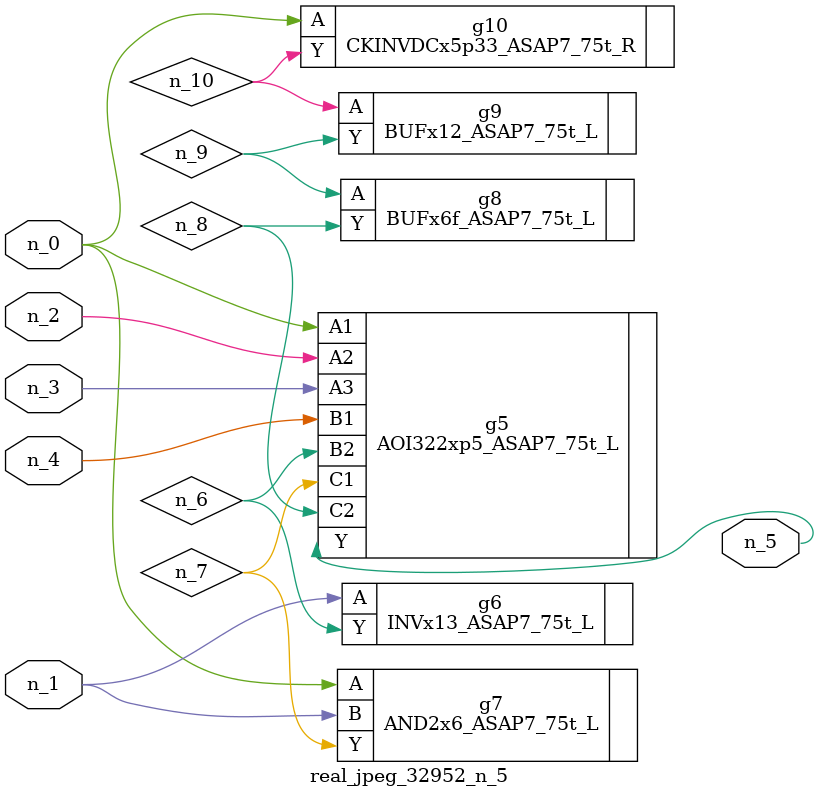
<source format=v>
module real_jpeg_32952_n_5 (n_4, n_0, n_1, n_2, n_3, n_5);

input n_4;
input n_0;
input n_1;
input n_2;
input n_3;

output n_5;

wire n_8;
wire n_6;
wire n_7;
wire n_10;
wire n_9;

AOI322xp5_ASAP7_75t_L g5 ( 
.A1(n_0),
.A2(n_2),
.A3(n_3),
.B1(n_4),
.B2(n_6),
.C1(n_7),
.C2(n_8),
.Y(n_5)
);

AND2x6_ASAP7_75t_L g7 ( 
.A(n_0),
.B(n_1),
.Y(n_7)
);

CKINVDCx5p33_ASAP7_75t_R g10 ( 
.A(n_0),
.Y(n_10)
);

INVx13_ASAP7_75t_L g6 ( 
.A(n_1),
.Y(n_6)
);

BUFx6f_ASAP7_75t_L g8 ( 
.A(n_9),
.Y(n_8)
);

BUFx12_ASAP7_75t_L g9 ( 
.A(n_10),
.Y(n_9)
);


endmodule
</source>
